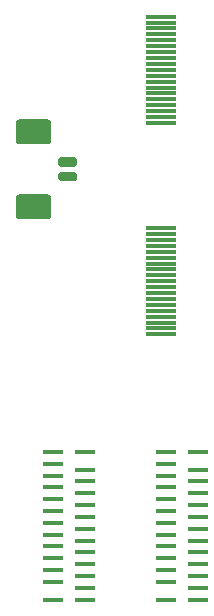
<source format=gbr>
G04 #@! TF.GenerationSoftware,KiCad,Pcbnew,8.0.4*
G04 #@! TF.CreationDate,2025-01-13T22:16:17-08:00*
G04 #@! TF.ProjectId,CSI_HDMI_Passthrough_receiver_noRetimer,4353495f-4844-44d4-995f-506173737468,rev?*
G04 #@! TF.SameCoordinates,Original*
G04 #@! TF.FileFunction,Paste,Top*
G04 #@! TF.FilePolarity,Positive*
%FSLAX46Y46*%
G04 Gerber Fmt 4.6, Leading zero omitted, Abs format (unit mm)*
G04 Created by KiCad (PCBNEW 8.0.4) date 2025-01-13 22:16:17*
%MOMM*%
%LPD*%
G01*
G04 APERTURE LIST*
%ADD10R,2.600000X0.300000*%
%ADD11R,1.800000X0.300000*%
G04 APERTURE END LIST*
D10*
G04 #@! TO.C,J4*
X161515000Y-80000000D03*
X161515000Y-80500000D03*
X161515000Y-81000000D03*
X161515000Y-81500000D03*
X161515000Y-82000000D03*
X161515000Y-82500000D03*
X161515000Y-83000000D03*
X161515000Y-83500000D03*
X161515000Y-84000000D03*
X161515000Y-84500000D03*
X161515000Y-85000000D03*
X161515000Y-85500000D03*
X161515000Y-86000000D03*
X161515000Y-86500000D03*
X161515000Y-87000000D03*
X161515000Y-87500000D03*
X161515000Y-88000000D03*
X161515000Y-88500000D03*
X161515000Y-89000000D03*
G04 #@! TD*
D11*
G04 #@! TO.C,J1*
X152350000Y-117850000D03*
X155050000Y-118350000D03*
X152350000Y-118850000D03*
X155050000Y-119350000D03*
X152350000Y-119850000D03*
X155050000Y-120350000D03*
X152350000Y-120850000D03*
X155050000Y-121350000D03*
X152350000Y-121850000D03*
X155050000Y-122350000D03*
X152350000Y-122850000D03*
X155050000Y-123350000D03*
X152350000Y-123850000D03*
X155050000Y-124350000D03*
X152350000Y-124850000D03*
X155050000Y-125350000D03*
X152350000Y-125850000D03*
X155050000Y-126350000D03*
X152350000Y-126850000D03*
X155050000Y-127350000D03*
X152350000Y-127850000D03*
X155050000Y-128350000D03*
X152350000Y-129350000D03*
X155050000Y-129350000D03*
X152350000Y-116850000D03*
X155050000Y-116850000D03*
G04 #@! TD*
D10*
G04 #@! TO.C,J2*
X161500000Y-97900000D03*
X161500000Y-98400000D03*
X161500000Y-98900000D03*
X161500000Y-99400000D03*
X161500000Y-99900000D03*
X161500000Y-100400000D03*
X161500000Y-100900000D03*
X161500000Y-101400000D03*
X161500000Y-101900000D03*
X161500000Y-102400000D03*
X161500000Y-102900000D03*
X161500000Y-103400000D03*
X161500000Y-103900000D03*
X161500000Y-104400000D03*
X161500000Y-104900000D03*
X161500000Y-105400000D03*
X161500000Y-105900000D03*
X161500000Y-106400000D03*
X161500000Y-106900000D03*
G04 #@! TD*
D11*
G04 #@! TO.C,J3*
X161950000Y-117850000D03*
X164650000Y-118350000D03*
X161950000Y-118850000D03*
X164650000Y-119350000D03*
X161950000Y-119850000D03*
X164650000Y-120350000D03*
X161950000Y-120850000D03*
X164650000Y-121350000D03*
X161950000Y-121850000D03*
X164650000Y-122350000D03*
X161950000Y-122850000D03*
X164650000Y-123350000D03*
X161950000Y-123850000D03*
X164650000Y-124350000D03*
X161950000Y-124850000D03*
X164650000Y-125350000D03*
X161950000Y-125850000D03*
X164650000Y-126350000D03*
X161950000Y-126850000D03*
X164650000Y-127350000D03*
X161950000Y-127850000D03*
X164650000Y-128350000D03*
X161950000Y-129350000D03*
X164650000Y-129350000D03*
X161950000Y-116850000D03*
X164650000Y-116850000D03*
G04 #@! TD*
G04 #@! TO.C,J5*
G36*
G01*
X149450001Y-95050000D02*
X151949999Y-95050000D01*
G75*
G02*
X152200000Y-95300001I0J-250001D01*
G01*
X152200000Y-96899999D01*
G75*
G02*
X151949999Y-97150000I-250001J0D01*
G01*
X149450001Y-97150000D01*
G75*
G02*
X149200000Y-96899999I0J250001D01*
G01*
X149200000Y-95300001D01*
G75*
G02*
X149450001Y-95050000I250001J0D01*
G01*
G37*
G36*
G01*
X149450001Y-88700000D02*
X151949999Y-88700000D01*
G75*
G02*
X152200000Y-88950001I0J-250001D01*
G01*
X152200000Y-90549999D01*
G75*
G02*
X151949999Y-90800000I-250001J0D01*
G01*
X149450001Y-90800000D01*
G75*
G02*
X149200000Y-90549999I0J250001D01*
G01*
X149200000Y-88950001D01*
G75*
G02*
X149450001Y-88700000I250001J0D01*
G01*
G37*
G36*
G01*
X153000000Y-93150000D02*
X154200000Y-93150000D01*
G75*
G02*
X154400000Y-93350000I0J-200000D01*
G01*
X154400000Y-93750000D01*
G75*
G02*
X154200000Y-93950000I-200000J0D01*
G01*
X153000000Y-93950000D01*
G75*
G02*
X152800000Y-93750000I0J200000D01*
G01*
X152800000Y-93350000D01*
G75*
G02*
X153000000Y-93150000I200000J0D01*
G01*
G37*
G36*
G01*
X153000000Y-91900000D02*
X154200000Y-91900000D01*
G75*
G02*
X154400000Y-92100000I0J-200000D01*
G01*
X154400000Y-92500000D01*
G75*
G02*
X154200000Y-92700000I-200000J0D01*
G01*
X153000000Y-92700000D01*
G75*
G02*
X152800000Y-92500000I0J200000D01*
G01*
X152800000Y-92100000D01*
G75*
G02*
X153000000Y-91900000I200000J0D01*
G01*
G37*
G04 #@! TD*
M02*

</source>
